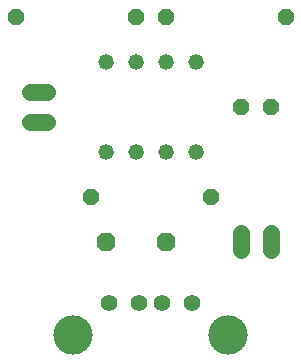
<source format=gbr>
G04 EAGLE Gerber RS-274X export*
G75*
%MOMM*%
%FSLAX34Y34*%
%LPD*%
%INBottom Copper*%
%IPPOS*%
%AMOC8*
5,1,8,0,0,1.08239X$1,22.5*%
G01*
%ADD10P,1.732040X8X202.500000*%
%ADD11C,1.422400*%
%ADD12P,1.429621X8X202.500000*%
%ADD13P,1.429621X8X22.500000*%
%ADD14C,1.320800*%
%ADD15C,1.422400*%
%ADD16C,3.327400*%


D10*
X146050Y107950D03*
X95250Y107950D03*
D11*
X45212Y209550D02*
X30988Y209550D01*
X30988Y234950D02*
X45212Y234950D01*
X209550Y115062D02*
X209550Y100838D01*
X234950Y100838D02*
X234950Y115062D01*
D12*
X234950Y222250D03*
X209550Y222250D03*
D13*
X19050Y298450D03*
X120650Y298450D03*
D12*
X247650Y298450D03*
X146050Y298450D03*
D13*
X82550Y146050D03*
X184150Y146050D03*
D14*
X95250Y184150D03*
X120650Y184150D03*
X120650Y260350D03*
X95250Y260350D03*
X146050Y184150D03*
X171450Y184150D03*
X146050Y260350D03*
X171450Y260350D03*
D15*
X98425Y56388D03*
X123317Y56388D03*
X143383Y56388D03*
X168275Y56388D03*
D16*
X199009Y29210D03*
X67691Y29210D03*
M02*

</source>
